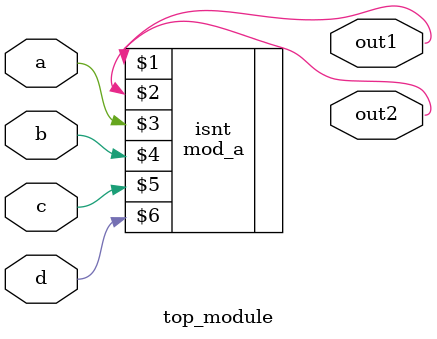
<source format=v>
module top_module ( 
    input a, 
    input b, 
    input c,
    input d,
    output out1,
    output out2
);
    mod_a isnt ( out1,out2,a,b,c,d);
    
endmodule
</source>
